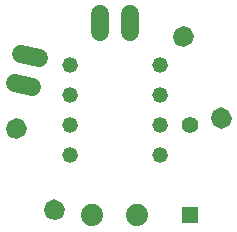
<source format=gbl>
G75*
%MOIN*%
%OFA0B0*%
%FSLAX25Y25*%
%IPPOS*%
%LPD*%
%AMOC8*
5,1,8,0,0,1.08239X$1,22.5*
%
%ADD10C,0.05200*%
%ADD11C,0.01320*%
%ADD12C,0.07400*%
%ADD13C,0.05937*%
%ADD14C,0.05543*%
%ADD15R,0.05543X0.05543*%
D10*
X0029487Y0033798D03*
X0029487Y0043798D03*
X0029487Y0053798D03*
X0029487Y0063798D03*
X0059487Y0063798D03*
X0059487Y0053798D03*
X0059487Y0043798D03*
X0059487Y0033798D03*
D11*
X0024781Y0017827D02*
X0024121Y0018487D01*
X0026176Y0017739D01*
X0027100Y0015758D01*
X0026352Y0013703D01*
X0024371Y0012779D01*
X0022316Y0013527D01*
X0021392Y0015508D01*
X0022140Y0017563D01*
X0024121Y0018487D01*
X0024168Y0017417D01*
X0025452Y0016949D01*
X0026030Y0015711D01*
X0025562Y0014427D01*
X0024324Y0013849D01*
X0023040Y0014317D01*
X0022462Y0015555D01*
X0022930Y0016839D01*
X0024168Y0017417D01*
X0024215Y0016346D01*
X0024728Y0016159D01*
X0024959Y0015664D01*
X0024772Y0015151D01*
X0024277Y0014920D01*
X0023764Y0015107D01*
X0023533Y0015602D01*
X0023720Y0016115D01*
X0024215Y0016346D01*
X0012103Y0045016D02*
X0011443Y0045676D01*
X0013498Y0044928D01*
X0014422Y0042947D01*
X0013674Y0040892D01*
X0011693Y0039968D01*
X0009638Y0040716D01*
X0008714Y0042697D01*
X0009462Y0044752D01*
X0011443Y0045676D01*
X0011490Y0044606D01*
X0012774Y0044138D01*
X0013352Y0042900D01*
X0012884Y0041616D01*
X0011646Y0041038D01*
X0010362Y0041506D01*
X0009784Y0042744D01*
X0010252Y0044028D01*
X0011490Y0044606D01*
X0011537Y0043535D01*
X0012050Y0043348D01*
X0012281Y0042853D01*
X0012094Y0042340D01*
X0011599Y0042109D01*
X0011086Y0042296D01*
X0010855Y0042791D01*
X0011042Y0043304D01*
X0011537Y0043535D01*
X0067781Y0075637D02*
X0067121Y0076297D01*
X0069176Y0075549D01*
X0070100Y0073568D01*
X0069352Y0071513D01*
X0067371Y0070589D01*
X0065316Y0071337D01*
X0064392Y0073318D01*
X0065140Y0075373D01*
X0067121Y0076297D01*
X0067168Y0075227D01*
X0068452Y0074759D01*
X0069030Y0073521D01*
X0068562Y0072237D01*
X0067324Y0071659D01*
X0066040Y0072127D01*
X0065462Y0073365D01*
X0065930Y0074649D01*
X0067168Y0075227D01*
X0067215Y0074156D01*
X0067728Y0073969D01*
X0067959Y0073474D01*
X0067772Y0072961D01*
X0067277Y0072730D01*
X0066764Y0072917D01*
X0066533Y0073412D01*
X0066720Y0073925D01*
X0067215Y0074156D01*
X0080459Y0048448D02*
X0079799Y0049108D01*
X0081854Y0048360D01*
X0082778Y0046379D01*
X0082030Y0044324D01*
X0080049Y0043400D01*
X0077994Y0044148D01*
X0077070Y0046129D01*
X0077818Y0048184D01*
X0079799Y0049108D01*
X0079846Y0048038D01*
X0081130Y0047570D01*
X0081708Y0046332D01*
X0081240Y0045048D01*
X0080002Y0044470D01*
X0078718Y0044938D01*
X0078140Y0046176D01*
X0078608Y0047460D01*
X0079846Y0048038D01*
X0079893Y0046967D01*
X0080406Y0046780D01*
X0080637Y0046285D01*
X0080450Y0045772D01*
X0079955Y0045541D01*
X0079442Y0045728D01*
X0079211Y0046223D01*
X0079398Y0046736D01*
X0079893Y0046967D01*
D12*
X0051987Y0013798D03*
X0036987Y0013798D03*
D13*
X0016965Y0056622D02*
X0011158Y0057857D01*
X0013237Y0067638D02*
X0019044Y0066404D01*
X0039487Y0074830D02*
X0039487Y0080767D01*
X0049487Y0080767D02*
X0049487Y0074830D01*
D14*
X0069487Y0043798D03*
D15*
X0069487Y0013798D03*
M02*

</source>
